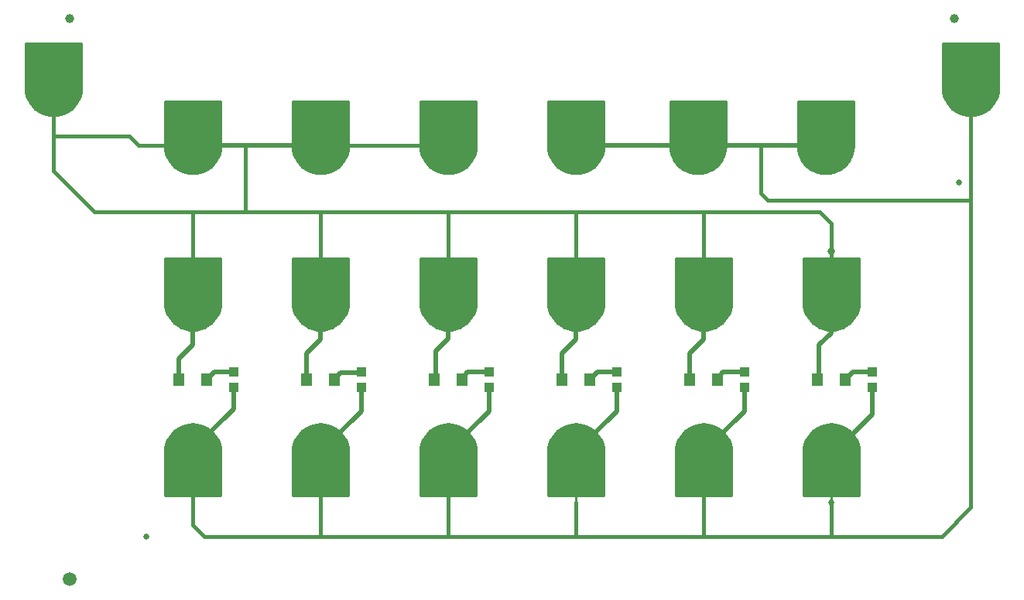
<source format=gtl>
G75*
%MOIN*%
%OFA0B0*%
%FSLAX25Y25*%
%IPPOS*%
%LPD*%
%AMOC8*
5,1,8,0,0,1.08239X$1,22.5*
%
%ADD10R,0.04724X0.05512*%
%ADD11R,0.03937X0.04331*%
%ADD12C,0.20000*%
%ADD13C,0.01000*%
%ADD14C,0.02500*%
%ADD15C,0.03937*%
%ADD16C,0.05906*%
%ADD17C,0.01600*%
%ADD18C,0.02000*%
%ADD19C,0.03200*%
%ADD20C,0.02700*%
D10*
X0102844Y0106250D03*
X0114656Y0106250D03*
X0157844Y0106250D03*
X0169656Y0106250D03*
X0212844Y0106250D03*
X0224656Y0106250D03*
X0267844Y0106250D03*
X0279656Y0106250D03*
X0322844Y0106250D03*
X0334656Y0106250D03*
X0377844Y0106250D03*
X0389656Y0106250D03*
D11*
X0401250Y0109596D03*
X0401250Y0102904D03*
X0346250Y0102904D03*
X0346250Y0109596D03*
X0291250Y0109596D03*
X0291250Y0102904D03*
X0236250Y0102904D03*
X0236250Y0109596D03*
X0181250Y0109596D03*
X0181250Y0102904D03*
X0126250Y0102904D03*
X0126250Y0109596D03*
D12*
X0108750Y0139750D03*
X0163750Y0139750D03*
X0218750Y0139750D03*
X0273750Y0139750D03*
X0328750Y0139750D03*
X0383750Y0139750D03*
X0383750Y0075250D03*
X0328750Y0075250D03*
X0273750Y0075250D03*
X0218750Y0075250D03*
X0163750Y0075250D03*
X0108750Y0075250D03*
X0108750Y0207250D03*
X0163750Y0207250D03*
X0218750Y0207250D03*
X0273750Y0207250D03*
X0326250Y0207250D03*
X0381250Y0207250D03*
X0443750Y0232250D03*
X0048750Y0232250D03*
D13*
X0036807Y0231448D02*
X0060693Y0231448D01*
X0060750Y0232250D02*
X0060628Y0230542D01*
X0060264Y0228869D01*
X0059666Y0227265D01*
X0058845Y0225762D01*
X0057819Y0224392D01*
X0056608Y0223181D01*
X0055238Y0222155D01*
X0053735Y0221334D01*
X0052131Y0220736D01*
X0050458Y0220372D01*
X0048750Y0220250D01*
X0047042Y0220372D01*
X0045369Y0220736D01*
X0043765Y0221334D01*
X0042262Y0222155D01*
X0040892Y0223181D01*
X0039681Y0224392D01*
X0038655Y0225762D01*
X0037834Y0227265D01*
X0037236Y0228869D01*
X0036872Y0230542D01*
X0036750Y0232250D01*
X0036750Y0251250D01*
X0060750Y0251250D01*
X0060750Y0232250D01*
X0060750Y0232446D02*
X0036750Y0232446D01*
X0036750Y0233445D02*
X0060750Y0233445D01*
X0060750Y0234443D02*
X0036750Y0234443D01*
X0036750Y0235442D02*
X0060750Y0235442D01*
X0060750Y0236440D02*
X0036750Y0236440D01*
X0036750Y0237439D02*
X0060750Y0237439D01*
X0060750Y0238437D02*
X0036750Y0238437D01*
X0036750Y0239436D02*
X0060750Y0239436D01*
X0060750Y0240434D02*
X0036750Y0240434D01*
X0036750Y0241433D02*
X0060750Y0241433D01*
X0060750Y0242431D02*
X0036750Y0242431D01*
X0036750Y0243430D02*
X0060750Y0243430D01*
X0060750Y0244428D02*
X0036750Y0244428D01*
X0036750Y0245427D02*
X0060750Y0245427D01*
X0060750Y0246425D02*
X0036750Y0246425D01*
X0036750Y0247424D02*
X0060750Y0247424D01*
X0060750Y0248422D02*
X0036750Y0248422D01*
X0036750Y0249421D02*
X0060750Y0249421D01*
X0060750Y0250420D02*
X0036750Y0250420D01*
X0036892Y0230449D02*
X0060608Y0230449D01*
X0060390Y0229451D02*
X0037110Y0229451D01*
X0037392Y0228452D02*
X0060108Y0228452D01*
X0059736Y0227454D02*
X0037764Y0227454D01*
X0038277Y0226455D02*
X0059223Y0226455D01*
X0058616Y0225457D02*
X0038884Y0225457D01*
X0039631Y0224458D02*
X0057869Y0224458D01*
X0056887Y0223460D02*
X0040613Y0223460D01*
X0041853Y0222461D02*
X0055647Y0222461D01*
X0053970Y0221463D02*
X0043530Y0221463D01*
X0046619Y0220464D02*
X0050881Y0220464D01*
X0081050Y0211450D02*
X0081250Y0211250D01*
X0096750Y0211478D02*
X0120750Y0211478D01*
X0120750Y0212476D02*
X0096750Y0212476D01*
X0096750Y0213475D02*
X0120750Y0213475D01*
X0120750Y0214473D02*
X0096750Y0214473D01*
X0096750Y0215472D02*
X0120750Y0215472D01*
X0120750Y0216470D02*
X0096750Y0216470D01*
X0096750Y0217469D02*
X0120750Y0217469D01*
X0120750Y0218467D02*
X0096750Y0218467D01*
X0096750Y0219466D02*
X0120750Y0219466D01*
X0120750Y0220464D02*
X0096750Y0220464D01*
X0096750Y0221463D02*
X0120750Y0221463D01*
X0120750Y0222461D02*
X0096750Y0222461D01*
X0096750Y0223460D02*
X0120750Y0223460D01*
X0120750Y0224458D02*
X0096750Y0224458D01*
X0096750Y0225457D02*
X0120750Y0225457D01*
X0120750Y0226250D02*
X0096750Y0226250D01*
X0096750Y0207250D01*
X0096872Y0205542D01*
X0097236Y0203869D01*
X0097834Y0202265D01*
X0098655Y0200762D01*
X0099681Y0199392D01*
X0100892Y0198181D01*
X0102262Y0197155D01*
X0103765Y0196334D01*
X0105369Y0195736D01*
X0107042Y0195372D01*
X0108750Y0195250D01*
X0110458Y0195372D01*
X0112131Y0195736D01*
X0113735Y0196334D01*
X0115238Y0197155D01*
X0116608Y0198181D01*
X0117819Y0199392D01*
X0118845Y0200762D01*
X0119666Y0202265D01*
X0120264Y0203869D01*
X0120628Y0205542D01*
X0120750Y0207250D01*
X0120750Y0226250D01*
X0120750Y0210479D02*
X0096750Y0210479D01*
X0096750Y0209481D02*
X0120750Y0209481D01*
X0120750Y0208482D02*
X0096750Y0208482D01*
X0096750Y0207484D02*
X0120750Y0207484D01*
X0120695Y0206485D02*
X0096805Y0206485D01*
X0096884Y0205487D02*
X0120616Y0205487D01*
X0120399Y0204488D02*
X0097101Y0204488D01*
X0097378Y0203489D02*
X0120122Y0203489D01*
X0119750Y0202491D02*
X0097750Y0202491D01*
X0098256Y0201492D02*
X0119244Y0201492D01*
X0118644Y0200494D02*
X0098856Y0200494D01*
X0099603Y0199495D02*
X0117897Y0199495D01*
X0116924Y0198497D02*
X0100576Y0198497D01*
X0101804Y0197498D02*
X0115696Y0197498D01*
X0114038Y0196500D02*
X0103462Y0196500D01*
X0106448Y0195501D02*
X0111052Y0195501D01*
X0152101Y0204488D02*
X0175399Y0204488D01*
X0175264Y0203869D02*
X0175628Y0205542D01*
X0175750Y0207250D01*
X0175750Y0226250D01*
X0151750Y0226250D01*
X0151750Y0207250D01*
X0151872Y0205542D01*
X0152236Y0203869D01*
X0152834Y0202265D01*
X0153655Y0200762D01*
X0154681Y0199392D01*
X0155892Y0198181D01*
X0157262Y0197155D01*
X0158765Y0196334D01*
X0160369Y0195736D01*
X0162042Y0195372D01*
X0163750Y0195250D01*
X0165458Y0195372D01*
X0167131Y0195736D01*
X0168735Y0196334D01*
X0170238Y0197155D01*
X0171608Y0198181D01*
X0172819Y0199392D01*
X0173845Y0200762D01*
X0174666Y0202265D01*
X0175264Y0203869D01*
X0175122Y0203489D02*
X0152378Y0203489D01*
X0152750Y0202491D02*
X0174750Y0202491D01*
X0174244Y0201492D02*
X0153256Y0201492D01*
X0153856Y0200494D02*
X0173644Y0200494D01*
X0172897Y0199495D02*
X0154603Y0199495D01*
X0155576Y0198497D02*
X0171924Y0198497D01*
X0170696Y0197498D02*
X0156804Y0197498D01*
X0158462Y0196500D02*
X0169038Y0196500D01*
X0166052Y0195501D02*
X0161448Y0195501D01*
X0151884Y0205487D02*
X0175616Y0205487D01*
X0175695Y0206485D02*
X0151805Y0206485D01*
X0151750Y0207484D02*
X0175750Y0207484D01*
X0175750Y0208482D02*
X0151750Y0208482D01*
X0151750Y0209481D02*
X0175750Y0209481D01*
X0175750Y0210479D02*
X0151750Y0210479D01*
X0151750Y0211478D02*
X0175750Y0211478D01*
X0175750Y0212476D02*
X0151750Y0212476D01*
X0151750Y0213475D02*
X0175750Y0213475D01*
X0175750Y0214473D02*
X0151750Y0214473D01*
X0151750Y0215472D02*
X0175750Y0215472D01*
X0175750Y0216470D02*
X0151750Y0216470D01*
X0151750Y0217469D02*
X0175750Y0217469D01*
X0175750Y0218467D02*
X0151750Y0218467D01*
X0151750Y0219466D02*
X0175750Y0219466D01*
X0175750Y0220464D02*
X0151750Y0220464D01*
X0151750Y0221463D02*
X0175750Y0221463D01*
X0175750Y0222461D02*
X0151750Y0222461D01*
X0151750Y0223460D02*
X0175750Y0223460D01*
X0175750Y0224458D02*
X0151750Y0224458D01*
X0151750Y0225457D02*
X0175750Y0225457D01*
X0206750Y0225457D02*
X0230750Y0225457D01*
X0230750Y0226250D02*
X0206750Y0226250D01*
X0206750Y0207250D01*
X0206872Y0205542D01*
X0207236Y0203869D01*
X0207834Y0202265D01*
X0208655Y0200762D01*
X0209681Y0199392D01*
X0210892Y0198181D01*
X0212262Y0197155D01*
X0213765Y0196334D01*
X0215369Y0195736D01*
X0217042Y0195372D01*
X0218750Y0195250D01*
X0220458Y0195372D01*
X0222131Y0195736D01*
X0223735Y0196334D01*
X0225238Y0197155D01*
X0226608Y0198181D01*
X0227819Y0199392D01*
X0228845Y0200762D01*
X0229666Y0202265D01*
X0230264Y0203869D01*
X0230628Y0205542D01*
X0230750Y0207250D01*
X0230750Y0226250D01*
X0230750Y0224458D02*
X0206750Y0224458D01*
X0206750Y0223460D02*
X0230750Y0223460D01*
X0230750Y0222461D02*
X0206750Y0222461D01*
X0206750Y0221463D02*
X0230750Y0221463D01*
X0230750Y0220464D02*
X0206750Y0220464D01*
X0206750Y0219466D02*
X0230750Y0219466D01*
X0230750Y0218467D02*
X0206750Y0218467D01*
X0206750Y0217469D02*
X0230750Y0217469D01*
X0230750Y0216470D02*
X0206750Y0216470D01*
X0206750Y0215472D02*
X0230750Y0215472D01*
X0230750Y0214473D02*
X0206750Y0214473D01*
X0206750Y0213475D02*
X0230750Y0213475D01*
X0230750Y0212476D02*
X0206750Y0212476D01*
X0206750Y0211478D02*
X0230750Y0211478D01*
X0230750Y0210479D02*
X0206750Y0210479D01*
X0206750Y0209481D02*
X0230750Y0209481D01*
X0230750Y0208482D02*
X0206750Y0208482D01*
X0206750Y0207484D02*
X0230750Y0207484D01*
X0230695Y0206485D02*
X0206805Y0206485D01*
X0206884Y0205487D02*
X0230616Y0205487D01*
X0230399Y0204488D02*
X0207101Y0204488D01*
X0207378Y0203489D02*
X0230122Y0203489D01*
X0229750Y0202491D02*
X0207750Y0202491D01*
X0208256Y0201492D02*
X0229244Y0201492D01*
X0228644Y0200494D02*
X0208856Y0200494D01*
X0209603Y0199495D02*
X0227897Y0199495D01*
X0226924Y0198497D02*
X0210576Y0198497D01*
X0211804Y0197498D02*
X0225696Y0197498D01*
X0224038Y0196500D02*
X0213462Y0196500D01*
X0216448Y0195501D02*
X0221052Y0195501D01*
X0262101Y0204488D02*
X0285399Y0204488D01*
X0285264Y0203869D02*
X0285628Y0205542D01*
X0285750Y0207250D01*
X0285750Y0226250D01*
X0261750Y0226250D01*
X0261750Y0207250D01*
X0261872Y0205542D01*
X0262236Y0203869D01*
X0262834Y0202265D01*
X0263655Y0200762D01*
X0264681Y0199392D01*
X0265892Y0198181D01*
X0267262Y0197155D01*
X0268765Y0196334D01*
X0270369Y0195736D01*
X0272042Y0195372D01*
X0273750Y0195250D01*
X0275458Y0195372D01*
X0277131Y0195736D01*
X0278735Y0196334D01*
X0280238Y0197155D01*
X0281608Y0198181D01*
X0282819Y0199392D01*
X0283845Y0200762D01*
X0284666Y0202265D01*
X0285264Y0203869D01*
X0285122Y0203489D02*
X0262378Y0203489D01*
X0262750Y0202491D02*
X0284750Y0202491D01*
X0284244Y0201492D02*
X0263256Y0201492D01*
X0263856Y0200494D02*
X0283644Y0200494D01*
X0282897Y0199495D02*
X0264603Y0199495D01*
X0265576Y0198497D02*
X0281924Y0198497D01*
X0280696Y0197498D02*
X0266804Y0197498D01*
X0268462Y0196500D02*
X0279038Y0196500D01*
X0276052Y0195501D02*
X0271448Y0195501D01*
X0261884Y0205487D02*
X0285616Y0205487D01*
X0285695Y0206485D02*
X0261805Y0206485D01*
X0261750Y0207484D02*
X0285750Y0207484D01*
X0285750Y0208482D02*
X0261750Y0208482D01*
X0261750Y0209481D02*
X0285750Y0209481D01*
X0285750Y0210479D02*
X0261750Y0210479D01*
X0261750Y0211478D02*
X0285750Y0211478D01*
X0285750Y0212476D02*
X0261750Y0212476D01*
X0261750Y0213475D02*
X0285750Y0213475D01*
X0285750Y0214473D02*
X0261750Y0214473D01*
X0261750Y0215472D02*
X0285750Y0215472D01*
X0285750Y0216470D02*
X0261750Y0216470D01*
X0261750Y0217469D02*
X0285750Y0217469D01*
X0285750Y0218467D02*
X0261750Y0218467D01*
X0261750Y0219466D02*
X0285750Y0219466D01*
X0285750Y0220464D02*
X0261750Y0220464D01*
X0261750Y0221463D02*
X0285750Y0221463D01*
X0285750Y0222461D02*
X0261750Y0222461D01*
X0261750Y0223460D02*
X0285750Y0223460D01*
X0285750Y0224458D02*
X0261750Y0224458D01*
X0261750Y0225457D02*
X0285750Y0225457D01*
X0314250Y0225457D02*
X0338250Y0225457D01*
X0338250Y0226250D02*
X0314250Y0226250D01*
X0314250Y0207250D01*
X0314372Y0205542D01*
X0314736Y0203869D01*
X0315334Y0202265D01*
X0316155Y0200762D01*
X0317181Y0199392D01*
X0318392Y0198181D01*
X0319762Y0197155D01*
X0321265Y0196334D01*
X0322869Y0195736D01*
X0324542Y0195372D01*
X0326250Y0195250D01*
X0327958Y0195372D01*
X0329631Y0195736D01*
X0331235Y0196334D01*
X0332738Y0197155D01*
X0334108Y0198181D01*
X0335319Y0199392D01*
X0336345Y0200762D01*
X0337166Y0202265D01*
X0337764Y0203869D01*
X0338128Y0205542D01*
X0338250Y0207250D01*
X0338250Y0226250D01*
X0338250Y0224458D02*
X0314250Y0224458D01*
X0314250Y0223460D02*
X0338250Y0223460D01*
X0338250Y0222461D02*
X0314250Y0222461D01*
X0314250Y0221463D02*
X0338250Y0221463D01*
X0338250Y0220464D02*
X0314250Y0220464D01*
X0314250Y0219466D02*
X0338250Y0219466D01*
X0338250Y0218467D02*
X0314250Y0218467D01*
X0314250Y0217469D02*
X0338250Y0217469D01*
X0338250Y0216470D02*
X0314250Y0216470D01*
X0314250Y0215472D02*
X0338250Y0215472D01*
X0338250Y0214473D02*
X0314250Y0214473D01*
X0314250Y0213475D02*
X0338250Y0213475D01*
X0338250Y0212476D02*
X0314250Y0212476D01*
X0314250Y0211478D02*
X0338250Y0211478D01*
X0338250Y0210479D02*
X0314250Y0210479D01*
X0314250Y0209481D02*
X0338250Y0209481D01*
X0338250Y0208482D02*
X0314250Y0208482D01*
X0314250Y0207484D02*
X0338250Y0207484D01*
X0338195Y0206485D02*
X0314305Y0206485D01*
X0314384Y0205487D02*
X0338116Y0205487D01*
X0337899Y0204488D02*
X0314601Y0204488D01*
X0314878Y0203489D02*
X0337622Y0203489D01*
X0337250Y0202491D02*
X0315250Y0202491D01*
X0315756Y0201492D02*
X0336744Y0201492D01*
X0336144Y0200494D02*
X0316356Y0200494D01*
X0317103Y0199495D02*
X0335397Y0199495D01*
X0334424Y0198497D02*
X0318076Y0198497D01*
X0319304Y0197498D02*
X0333196Y0197498D01*
X0331538Y0196500D02*
X0320962Y0196500D01*
X0323948Y0195501D02*
X0328552Y0195501D01*
X0369601Y0204488D02*
X0392899Y0204488D01*
X0392764Y0203869D02*
X0393128Y0205542D01*
X0393250Y0207250D01*
X0393250Y0226250D01*
X0369250Y0226250D01*
X0369250Y0207250D01*
X0369372Y0205542D01*
X0369736Y0203869D01*
X0370334Y0202265D01*
X0371155Y0200762D01*
X0372181Y0199392D01*
X0373392Y0198181D01*
X0374762Y0197155D01*
X0376265Y0196334D01*
X0377869Y0195736D01*
X0379542Y0195372D01*
X0381250Y0195250D01*
X0382958Y0195372D01*
X0384631Y0195736D01*
X0386235Y0196334D01*
X0387738Y0197155D01*
X0389108Y0198181D01*
X0390319Y0199392D01*
X0391345Y0200762D01*
X0392166Y0202265D01*
X0392764Y0203869D01*
X0392622Y0203489D02*
X0369878Y0203489D01*
X0370250Y0202491D02*
X0392250Y0202491D01*
X0391744Y0201492D02*
X0370756Y0201492D01*
X0371356Y0200494D02*
X0391144Y0200494D01*
X0390397Y0199495D02*
X0372103Y0199495D01*
X0373076Y0198497D02*
X0389424Y0198497D01*
X0388196Y0197498D02*
X0374304Y0197498D01*
X0375962Y0196500D02*
X0386538Y0196500D01*
X0383552Y0195501D02*
X0378948Y0195501D01*
X0369384Y0205487D02*
X0393116Y0205487D01*
X0393195Y0206485D02*
X0369305Y0206485D01*
X0369250Y0207484D02*
X0393250Y0207484D01*
X0393250Y0208482D02*
X0369250Y0208482D01*
X0369250Y0209481D02*
X0393250Y0209481D01*
X0393250Y0210479D02*
X0369250Y0210479D01*
X0369250Y0211478D02*
X0393250Y0211478D01*
X0393250Y0212476D02*
X0369250Y0212476D01*
X0369250Y0213475D02*
X0393250Y0213475D01*
X0393250Y0214473D02*
X0369250Y0214473D01*
X0369250Y0215472D02*
X0393250Y0215472D01*
X0393250Y0216470D02*
X0369250Y0216470D01*
X0369250Y0217469D02*
X0393250Y0217469D01*
X0393250Y0218467D02*
X0369250Y0218467D01*
X0369250Y0219466D02*
X0393250Y0219466D01*
X0393250Y0220464D02*
X0369250Y0220464D01*
X0369250Y0221463D02*
X0393250Y0221463D01*
X0393250Y0222461D02*
X0369250Y0222461D01*
X0369250Y0223460D02*
X0393250Y0223460D01*
X0393250Y0224458D02*
X0369250Y0224458D01*
X0369250Y0225457D02*
X0393250Y0225457D01*
X0431872Y0230542D02*
X0432236Y0228869D01*
X0432834Y0227265D01*
X0433655Y0225762D01*
X0434681Y0224392D01*
X0435892Y0223181D01*
X0437262Y0222155D01*
X0438765Y0221334D01*
X0440369Y0220736D01*
X0442042Y0220372D01*
X0443750Y0220250D01*
X0445458Y0220372D01*
X0447131Y0220736D01*
X0448735Y0221334D01*
X0450238Y0222155D01*
X0451608Y0223181D01*
X0452819Y0224392D01*
X0453845Y0225762D01*
X0454666Y0227265D01*
X0455264Y0228869D01*
X0455628Y0230542D01*
X0455750Y0232250D01*
X0455750Y0251250D01*
X0431750Y0251250D01*
X0431750Y0232250D01*
X0431872Y0230542D01*
X0431892Y0230449D02*
X0455608Y0230449D01*
X0455693Y0231448D02*
X0431807Y0231448D01*
X0431750Y0232446D02*
X0455750Y0232446D01*
X0455750Y0233445D02*
X0431750Y0233445D01*
X0431750Y0234443D02*
X0455750Y0234443D01*
X0455750Y0235442D02*
X0431750Y0235442D01*
X0431750Y0236440D02*
X0455750Y0236440D01*
X0455750Y0237439D02*
X0431750Y0237439D01*
X0431750Y0238437D02*
X0455750Y0238437D01*
X0455750Y0239436D02*
X0431750Y0239436D01*
X0431750Y0240434D02*
X0455750Y0240434D01*
X0455750Y0241433D02*
X0431750Y0241433D01*
X0431750Y0242431D02*
X0455750Y0242431D01*
X0455750Y0243430D02*
X0431750Y0243430D01*
X0431750Y0244428D02*
X0455750Y0244428D01*
X0455750Y0245427D02*
X0431750Y0245427D01*
X0431750Y0246425D02*
X0455750Y0246425D01*
X0455750Y0247424D02*
X0431750Y0247424D01*
X0431750Y0248422D02*
X0455750Y0248422D01*
X0455750Y0249421D02*
X0431750Y0249421D01*
X0431750Y0250420D02*
X0455750Y0250420D01*
X0455390Y0229451D02*
X0432110Y0229451D01*
X0432392Y0228452D02*
X0455108Y0228452D01*
X0454736Y0227454D02*
X0432764Y0227454D01*
X0433277Y0226455D02*
X0454223Y0226455D01*
X0453616Y0225457D02*
X0433884Y0225457D01*
X0434631Y0224458D02*
X0452869Y0224458D01*
X0451887Y0223460D02*
X0435613Y0223460D01*
X0436853Y0222461D02*
X0450647Y0222461D01*
X0448970Y0221463D02*
X0438530Y0221463D01*
X0441619Y0220464D02*
X0445881Y0220464D01*
X0395750Y0158750D02*
X0371750Y0158750D01*
X0371750Y0139750D01*
X0371872Y0138042D01*
X0372236Y0136369D01*
X0372834Y0134765D01*
X0373655Y0133262D01*
X0374681Y0131892D01*
X0375892Y0130681D01*
X0377262Y0129655D01*
X0378765Y0128834D01*
X0380369Y0128236D01*
X0382042Y0127872D01*
X0383750Y0127750D01*
X0385458Y0127872D01*
X0387131Y0128236D01*
X0388735Y0128834D01*
X0390238Y0129655D01*
X0391608Y0130681D01*
X0392819Y0131892D01*
X0393845Y0133262D01*
X0394666Y0134765D01*
X0395264Y0136369D01*
X0395628Y0138042D01*
X0395750Y0139750D01*
X0395750Y0158750D01*
X0395750Y0158556D02*
X0371750Y0158556D01*
X0371750Y0157558D02*
X0395750Y0157558D01*
X0395750Y0156559D02*
X0371750Y0156559D01*
X0371750Y0155561D02*
X0395750Y0155561D01*
X0395750Y0154562D02*
X0371750Y0154562D01*
X0371750Y0153564D02*
X0395750Y0153564D01*
X0395750Y0152565D02*
X0371750Y0152565D01*
X0371750Y0151567D02*
X0395750Y0151567D01*
X0395750Y0150568D02*
X0371750Y0150568D01*
X0371750Y0149570D02*
X0395750Y0149570D01*
X0395750Y0148571D02*
X0371750Y0148571D01*
X0371750Y0147573D02*
X0395750Y0147573D01*
X0395750Y0146574D02*
X0371750Y0146574D01*
X0371750Y0145576D02*
X0395750Y0145576D01*
X0395750Y0144577D02*
X0371750Y0144577D01*
X0371750Y0143579D02*
X0395750Y0143579D01*
X0395750Y0142580D02*
X0371750Y0142580D01*
X0371750Y0141582D02*
X0395750Y0141582D01*
X0395750Y0140583D02*
X0371750Y0140583D01*
X0371762Y0139585D02*
X0395738Y0139585D01*
X0395667Y0138586D02*
X0371833Y0138586D01*
X0371971Y0137588D02*
X0395529Y0137588D01*
X0395312Y0136589D02*
X0372188Y0136589D01*
X0372526Y0135591D02*
X0394974Y0135591D01*
X0394571Y0134592D02*
X0372929Y0134592D01*
X0373474Y0133594D02*
X0394026Y0133594D01*
X0393346Y0132595D02*
X0374154Y0132595D01*
X0374976Y0131597D02*
X0392524Y0131597D01*
X0391498Y0130598D02*
X0376002Y0130598D01*
X0377364Y0129600D02*
X0390136Y0129600D01*
X0388110Y0128601D02*
X0379390Y0128601D01*
X0340312Y0136589D02*
X0317188Y0136589D01*
X0317236Y0136369D02*
X0317834Y0134765D01*
X0318655Y0133262D01*
X0319681Y0131892D01*
X0320892Y0130681D01*
X0322262Y0129655D01*
X0323765Y0128834D01*
X0325369Y0128236D01*
X0327042Y0127872D01*
X0328750Y0127750D01*
X0330458Y0127872D01*
X0332131Y0128236D01*
X0333735Y0128834D01*
X0335238Y0129655D01*
X0336608Y0130681D01*
X0337819Y0131892D01*
X0338845Y0133262D01*
X0339666Y0134765D01*
X0340264Y0136369D01*
X0340628Y0138042D01*
X0340750Y0139750D01*
X0340750Y0158750D01*
X0316750Y0158750D01*
X0316750Y0139750D01*
X0316872Y0138042D01*
X0317236Y0136369D01*
X0317526Y0135591D02*
X0339974Y0135591D01*
X0339571Y0134592D02*
X0317929Y0134592D01*
X0318474Y0133594D02*
X0339026Y0133594D01*
X0338346Y0132595D02*
X0319154Y0132595D01*
X0319976Y0131597D02*
X0337524Y0131597D01*
X0336498Y0130598D02*
X0321002Y0130598D01*
X0322364Y0129600D02*
X0335136Y0129600D01*
X0333110Y0128601D02*
X0324390Y0128601D01*
X0328750Y0136250D02*
X0328750Y0138750D01*
X0328750Y0139750D01*
X0316833Y0138586D02*
X0340667Y0138586D01*
X0340738Y0139585D02*
X0316762Y0139585D01*
X0316750Y0140583D02*
X0340750Y0140583D01*
X0340750Y0141582D02*
X0316750Y0141582D01*
X0316750Y0142580D02*
X0340750Y0142580D01*
X0340750Y0143579D02*
X0316750Y0143579D01*
X0316750Y0144577D02*
X0340750Y0144577D01*
X0340750Y0145576D02*
X0316750Y0145576D01*
X0316750Y0146574D02*
X0340750Y0146574D01*
X0340750Y0147573D02*
X0316750Y0147573D01*
X0316750Y0148571D02*
X0340750Y0148571D01*
X0340750Y0149570D02*
X0316750Y0149570D01*
X0316750Y0150568D02*
X0340750Y0150568D01*
X0340750Y0151567D02*
X0316750Y0151567D01*
X0316750Y0152565D02*
X0340750Y0152565D01*
X0340750Y0153564D02*
X0316750Y0153564D01*
X0316750Y0154562D02*
X0340750Y0154562D01*
X0340750Y0155561D02*
X0316750Y0155561D01*
X0316750Y0156559D02*
X0340750Y0156559D01*
X0340750Y0157558D02*
X0316750Y0157558D01*
X0316750Y0158556D02*
X0340750Y0158556D01*
X0340529Y0137588D02*
X0316971Y0137588D01*
X0285750Y0139750D02*
X0285628Y0138042D01*
X0285264Y0136369D01*
X0284666Y0134765D01*
X0283845Y0133262D01*
X0282819Y0131892D01*
X0281608Y0130681D01*
X0280238Y0129655D01*
X0278735Y0128834D01*
X0277131Y0128236D01*
X0275458Y0127872D01*
X0273750Y0127750D01*
X0272042Y0127872D01*
X0270369Y0128236D01*
X0268765Y0128834D01*
X0267262Y0129655D01*
X0265892Y0130681D01*
X0264681Y0131892D01*
X0263655Y0133262D01*
X0262834Y0134765D01*
X0262236Y0136369D01*
X0261872Y0138042D01*
X0261750Y0139750D01*
X0261750Y0158750D01*
X0285750Y0158750D01*
X0285750Y0139750D01*
X0285738Y0139585D02*
X0261762Y0139585D01*
X0261750Y0140583D02*
X0285750Y0140583D01*
X0285750Y0141582D02*
X0261750Y0141582D01*
X0261750Y0142580D02*
X0285750Y0142580D01*
X0285750Y0143579D02*
X0261750Y0143579D01*
X0261750Y0144577D02*
X0285750Y0144577D01*
X0285750Y0145576D02*
X0261750Y0145576D01*
X0261750Y0146574D02*
X0285750Y0146574D01*
X0285750Y0147573D02*
X0261750Y0147573D01*
X0261750Y0148571D02*
X0285750Y0148571D01*
X0285750Y0149570D02*
X0261750Y0149570D01*
X0261750Y0150568D02*
X0285750Y0150568D01*
X0285750Y0151567D02*
X0261750Y0151567D01*
X0261750Y0152565D02*
X0285750Y0152565D01*
X0285750Y0153564D02*
X0261750Y0153564D01*
X0261750Y0154562D02*
X0285750Y0154562D01*
X0285750Y0155561D02*
X0261750Y0155561D01*
X0261750Y0156559D02*
X0285750Y0156559D01*
X0285750Y0157558D02*
X0261750Y0157558D01*
X0261750Y0158556D02*
X0285750Y0158556D01*
X0285667Y0138586D02*
X0261833Y0138586D01*
X0261971Y0137588D02*
X0285529Y0137588D01*
X0285312Y0136589D02*
X0262188Y0136589D01*
X0262526Y0135591D02*
X0284974Y0135591D01*
X0284571Y0134592D02*
X0262929Y0134592D01*
X0263474Y0133594D02*
X0284026Y0133594D01*
X0283346Y0132595D02*
X0264154Y0132595D01*
X0264976Y0131597D02*
X0282524Y0131597D01*
X0281498Y0130598D02*
X0266002Y0130598D01*
X0267364Y0129600D02*
X0280136Y0129600D01*
X0278110Y0128601D02*
X0269390Y0128601D01*
X0230312Y0136589D02*
X0207188Y0136589D01*
X0207236Y0136369D02*
X0207834Y0134765D01*
X0208655Y0133262D01*
X0209681Y0131892D01*
X0210892Y0130681D01*
X0212262Y0129655D01*
X0213765Y0128834D01*
X0215369Y0128236D01*
X0217042Y0127872D01*
X0218750Y0127750D01*
X0220458Y0127872D01*
X0222131Y0128236D01*
X0223735Y0128834D01*
X0225238Y0129655D01*
X0226608Y0130681D01*
X0227819Y0131892D01*
X0228845Y0133262D01*
X0229666Y0134765D01*
X0230264Y0136369D01*
X0230628Y0138042D01*
X0230750Y0139750D01*
X0230750Y0158750D01*
X0206750Y0158750D01*
X0206750Y0139750D01*
X0206872Y0138042D01*
X0207236Y0136369D01*
X0207526Y0135591D02*
X0229974Y0135591D01*
X0229571Y0134592D02*
X0207929Y0134592D01*
X0208474Y0133594D02*
X0229026Y0133594D01*
X0228346Y0132595D02*
X0209154Y0132595D01*
X0209976Y0131597D02*
X0227524Y0131597D01*
X0226498Y0130598D02*
X0211002Y0130598D01*
X0212364Y0129600D02*
X0225136Y0129600D01*
X0223110Y0128601D02*
X0214390Y0128601D01*
X0206971Y0137588D02*
X0230529Y0137588D01*
X0230667Y0138586D02*
X0206833Y0138586D01*
X0206762Y0139585D02*
X0230738Y0139585D01*
X0230750Y0140583D02*
X0206750Y0140583D01*
X0206750Y0141582D02*
X0230750Y0141582D01*
X0230750Y0142580D02*
X0206750Y0142580D01*
X0206750Y0143579D02*
X0230750Y0143579D01*
X0230750Y0144577D02*
X0206750Y0144577D01*
X0206750Y0145576D02*
X0230750Y0145576D01*
X0230750Y0146574D02*
X0206750Y0146574D01*
X0206750Y0147573D02*
X0230750Y0147573D01*
X0230750Y0148571D02*
X0206750Y0148571D01*
X0206750Y0149570D02*
X0230750Y0149570D01*
X0230750Y0150568D02*
X0206750Y0150568D01*
X0206750Y0151567D02*
X0230750Y0151567D01*
X0230750Y0152565D02*
X0206750Y0152565D01*
X0206750Y0153564D02*
X0230750Y0153564D01*
X0230750Y0154562D02*
X0206750Y0154562D01*
X0206750Y0155561D02*
X0230750Y0155561D01*
X0230750Y0156559D02*
X0206750Y0156559D01*
X0206750Y0157558D02*
X0230750Y0157558D01*
X0230750Y0158556D02*
X0206750Y0158556D01*
X0175750Y0158556D02*
X0151750Y0158556D01*
X0151750Y0158750D02*
X0151750Y0139750D01*
X0151872Y0138042D01*
X0152236Y0136369D01*
X0152834Y0134765D01*
X0153655Y0133262D01*
X0154681Y0131892D01*
X0155892Y0130681D01*
X0157262Y0129655D01*
X0158765Y0128834D01*
X0160369Y0128236D01*
X0162042Y0127872D01*
X0163750Y0127750D01*
X0165458Y0127872D01*
X0167131Y0128236D01*
X0168735Y0128834D01*
X0170238Y0129655D01*
X0171608Y0130681D01*
X0172819Y0131892D01*
X0173845Y0133262D01*
X0174666Y0134765D01*
X0175264Y0136369D01*
X0175628Y0138042D01*
X0175750Y0139750D01*
X0175750Y0158750D01*
X0151750Y0158750D01*
X0151750Y0157558D02*
X0175750Y0157558D01*
X0175750Y0156559D02*
X0151750Y0156559D01*
X0151750Y0155561D02*
X0175750Y0155561D01*
X0175750Y0154562D02*
X0151750Y0154562D01*
X0151750Y0153564D02*
X0175750Y0153564D01*
X0175750Y0152565D02*
X0151750Y0152565D01*
X0151750Y0151567D02*
X0175750Y0151567D01*
X0175750Y0150568D02*
X0151750Y0150568D01*
X0151750Y0149570D02*
X0175750Y0149570D01*
X0175750Y0148571D02*
X0151750Y0148571D01*
X0151750Y0147573D02*
X0175750Y0147573D01*
X0175750Y0146574D02*
X0151750Y0146574D01*
X0151750Y0145576D02*
X0175750Y0145576D01*
X0175750Y0144577D02*
X0151750Y0144577D01*
X0151750Y0143579D02*
X0175750Y0143579D01*
X0175750Y0142580D02*
X0151750Y0142580D01*
X0151750Y0141582D02*
X0175750Y0141582D01*
X0175750Y0140583D02*
X0151750Y0140583D01*
X0151762Y0139585D02*
X0175738Y0139585D01*
X0175667Y0138586D02*
X0151833Y0138586D01*
X0151971Y0137588D02*
X0175529Y0137588D01*
X0175312Y0136589D02*
X0152188Y0136589D01*
X0152526Y0135591D02*
X0174974Y0135591D01*
X0174571Y0134592D02*
X0152929Y0134592D01*
X0153474Y0133594D02*
X0174026Y0133594D01*
X0173346Y0132595D02*
X0154154Y0132595D01*
X0154976Y0131597D02*
X0172524Y0131597D01*
X0171498Y0130598D02*
X0156002Y0130598D01*
X0157364Y0129600D02*
X0170136Y0129600D01*
X0168110Y0128601D02*
X0159390Y0128601D01*
X0120312Y0136589D02*
X0097188Y0136589D01*
X0097236Y0136369D02*
X0097834Y0134765D01*
X0098655Y0133262D01*
X0099681Y0131892D01*
X0100892Y0130681D01*
X0102262Y0129655D01*
X0103765Y0128834D01*
X0105369Y0128236D01*
X0107042Y0127872D01*
X0108750Y0127750D01*
X0110458Y0127872D01*
X0112131Y0128236D01*
X0113735Y0128834D01*
X0115238Y0129655D01*
X0116608Y0130681D01*
X0117819Y0131892D01*
X0118845Y0133262D01*
X0119666Y0134765D01*
X0120264Y0136369D01*
X0120628Y0138042D01*
X0120750Y0139750D01*
X0120750Y0158750D01*
X0096750Y0158750D01*
X0096750Y0139750D01*
X0096872Y0138042D01*
X0097236Y0136369D01*
X0097526Y0135591D02*
X0119974Y0135591D01*
X0119571Y0134592D02*
X0097929Y0134592D01*
X0098474Y0133594D02*
X0119026Y0133594D01*
X0118346Y0132595D02*
X0099154Y0132595D01*
X0099976Y0131597D02*
X0117524Y0131597D01*
X0116498Y0130598D02*
X0101002Y0130598D01*
X0102364Y0129600D02*
X0115136Y0129600D01*
X0113110Y0128601D02*
X0104390Y0128601D01*
X0096971Y0137588D02*
X0120529Y0137588D01*
X0120667Y0138586D02*
X0096833Y0138586D01*
X0096762Y0139585D02*
X0120738Y0139585D01*
X0120750Y0140583D02*
X0096750Y0140583D01*
X0096750Y0141582D02*
X0120750Y0141582D01*
X0120750Y0142580D02*
X0096750Y0142580D01*
X0096750Y0143579D02*
X0120750Y0143579D01*
X0120750Y0144577D02*
X0096750Y0144577D01*
X0096750Y0145576D02*
X0120750Y0145576D01*
X0120750Y0146574D02*
X0096750Y0146574D01*
X0096750Y0147573D02*
X0120750Y0147573D01*
X0120750Y0148571D02*
X0096750Y0148571D01*
X0096750Y0149570D02*
X0120750Y0149570D01*
X0120750Y0150568D02*
X0096750Y0150568D01*
X0096750Y0151567D02*
X0120750Y0151567D01*
X0120750Y0152565D02*
X0096750Y0152565D01*
X0096750Y0153564D02*
X0120750Y0153564D01*
X0120750Y0154562D02*
X0096750Y0154562D01*
X0096750Y0155561D02*
X0120750Y0155561D01*
X0120750Y0156559D02*
X0096750Y0156559D01*
X0096750Y0157558D02*
X0120750Y0157558D01*
X0120750Y0158556D02*
X0096750Y0158556D01*
X0107042Y0087128D02*
X0105369Y0086764D01*
X0103765Y0086166D01*
X0102262Y0085345D01*
X0100892Y0084319D01*
X0099681Y0083108D01*
X0098655Y0081738D01*
X0097834Y0080235D01*
X0097236Y0078631D01*
X0096872Y0076958D01*
X0096750Y0075250D01*
X0096750Y0056250D01*
X0120750Y0056250D01*
X0120750Y0075250D01*
X0120628Y0076958D01*
X0120264Y0078631D01*
X0119666Y0080235D01*
X0118845Y0081738D01*
X0117819Y0083108D01*
X0116608Y0084319D01*
X0115238Y0085345D01*
X0113735Y0086166D01*
X0112131Y0086764D01*
X0110458Y0087128D01*
X0108750Y0087250D01*
X0107042Y0087128D01*
X0105100Y0086664D02*
X0112400Y0086664D01*
X0114651Y0085665D02*
X0102849Y0085665D01*
X0101356Y0084667D02*
X0116144Y0084667D01*
X0117259Y0083668D02*
X0100241Y0083668D01*
X0099353Y0082670D02*
X0118147Y0082670D01*
X0118881Y0081671D02*
X0098619Y0081671D01*
X0098073Y0080673D02*
X0119427Y0080673D01*
X0119875Y0079674D02*
X0097625Y0079674D01*
X0097253Y0078676D02*
X0120247Y0078676D01*
X0120471Y0077677D02*
X0097029Y0077677D01*
X0096852Y0076679D02*
X0120648Y0076679D01*
X0120719Y0075680D02*
X0096781Y0075680D01*
X0096750Y0074682D02*
X0120750Y0074682D01*
X0120750Y0073683D02*
X0096750Y0073683D01*
X0096750Y0072684D02*
X0120750Y0072684D01*
X0120750Y0071686D02*
X0096750Y0071686D01*
X0096750Y0070687D02*
X0120750Y0070687D01*
X0120750Y0069689D02*
X0096750Y0069689D01*
X0096750Y0068690D02*
X0120750Y0068690D01*
X0120750Y0067692D02*
X0096750Y0067692D01*
X0096750Y0066693D02*
X0120750Y0066693D01*
X0120750Y0065695D02*
X0096750Y0065695D01*
X0096750Y0064696D02*
X0120750Y0064696D01*
X0120750Y0063698D02*
X0096750Y0063698D01*
X0096750Y0062699D02*
X0120750Y0062699D01*
X0120750Y0061701D02*
X0096750Y0061701D01*
X0096750Y0060702D02*
X0120750Y0060702D01*
X0120750Y0059704D02*
X0096750Y0059704D01*
X0096750Y0058705D02*
X0120750Y0058705D01*
X0120750Y0057707D02*
X0096750Y0057707D01*
X0096750Y0056708D02*
X0120750Y0056708D01*
X0151750Y0056708D02*
X0175750Y0056708D01*
X0175750Y0056250D02*
X0175750Y0075250D01*
X0175628Y0076958D01*
X0175264Y0078631D01*
X0174666Y0080235D01*
X0173845Y0081738D01*
X0172819Y0083108D01*
X0171608Y0084319D01*
X0170238Y0085345D01*
X0168735Y0086166D01*
X0167131Y0086764D01*
X0165458Y0087128D01*
X0163750Y0087250D01*
X0162042Y0087128D01*
X0160369Y0086764D01*
X0158765Y0086166D01*
X0157262Y0085345D01*
X0155892Y0084319D01*
X0154681Y0083108D01*
X0153655Y0081738D01*
X0152834Y0080235D01*
X0152236Y0078631D01*
X0151872Y0076958D01*
X0151750Y0075250D01*
X0151750Y0056250D01*
X0175750Y0056250D01*
X0175750Y0057707D02*
X0151750Y0057707D01*
X0151750Y0058705D02*
X0175750Y0058705D01*
X0175750Y0059704D02*
X0151750Y0059704D01*
X0151750Y0060702D02*
X0175750Y0060702D01*
X0175750Y0061701D02*
X0151750Y0061701D01*
X0151750Y0062699D02*
X0175750Y0062699D01*
X0175750Y0063698D02*
X0151750Y0063698D01*
X0151750Y0064696D02*
X0175750Y0064696D01*
X0175750Y0065695D02*
X0151750Y0065695D01*
X0151750Y0066693D02*
X0175750Y0066693D01*
X0175750Y0067692D02*
X0151750Y0067692D01*
X0151750Y0068690D02*
X0175750Y0068690D01*
X0175750Y0069689D02*
X0151750Y0069689D01*
X0151750Y0070687D02*
X0175750Y0070687D01*
X0175750Y0071686D02*
X0151750Y0071686D01*
X0151750Y0072684D02*
X0175750Y0072684D01*
X0175750Y0073683D02*
X0151750Y0073683D01*
X0151750Y0074682D02*
X0175750Y0074682D01*
X0175719Y0075680D02*
X0151781Y0075680D01*
X0151852Y0076679D02*
X0175648Y0076679D01*
X0175471Y0077677D02*
X0152029Y0077677D01*
X0152253Y0078676D02*
X0175247Y0078676D01*
X0174875Y0079674D02*
X0152625Y0079674D01*
X0153073Y0080673D02*
X0174427Y0080673D01*
X0173881Y0081671D02*
X0153619Y0081671D01*
X0154353Y0082670D02*
X0173147Y0082670D01*
X0172259Y0083668D02*
X0155241Y0083668D01*
X0156356Y0084667D02*
X0171144Y0084667D01*
X0169651Y0085665D02*
X0157849Y0085665D01*
X0160100Y0086664D02*
X0167400Y0086664D01*
X0207029Y0077677D02*
X0230471Y0077677D01*
X0230628Y0076958D02*
X0230264Y0078631D01*
X0229666Y0080235D01*
X0228845Y0081738D01*
X0227819Y0083108D01*
X0226608Y0084319D01*
X0225238Y0085345D01*
X0223735Y0086166D01*
X0222131Y0086764D01*
X0220458Y0087128D01*
X0218750Y0087250D01*
X0217042Y0087128D01*
X0215369Y0086764D01*
X0213765Y0086166D01*
X0212262Y0085345D01*
X0210892Y0084319D01*
X0209681Y0083108D01*
X0208655Y0081738D01*
X0207834Y0080235D01*
X0207236Y0078631D01*
X0206872Y0076958D01*
X0206750Y0075250D01*
X0206750Y0056250D01*
X0230750Y0056250D01*
X0230750Y0075250D01*
X0230628Y0076958D01*
X0230648Y0076679D02*
X0206852Y0076679D01*
X0206781Y0075680D02*
X0230719Y0075680D01*
X0230750Y0074682D02*
X0206750Y0074682D01*
X0206750Y0073683D02*
X0230750Y0073683D01*
X0230750Y0072684D02*
X0206750Y0072684D01*
X0206750Y0071686D02*
X0230750Y0071686D01*
X0230750Y0070687D02*
X0206750Y0070687D01*
X0206750Y0069689D02*
X0230750Y0069689D01*
X0230750Y0068690D02*
X0206750Y0068690D01*
X0206750Y0067692D02*
X0230750Y0067692D01*
X0230750Y0066693D02*
X0206750Y0066693D01*
X0206750Y0065695D02*
X0230750Y0065695D01*
X0230750Y0064696D02*
X0206750Y0064696D01*
X0206750Y0063698D02*
X0230750Y0063698D01*
X0230750Y0062699D02*
X0206750Y0062699D01*
X0206750Y0061701D02*
X0230750Y0061701D01*
X0230750Y0060702D02*
X0206750Y0060702D01*
X0206750Y0059704D02*
X0230750Y0059704D01*
X0230750Y0058705D02*
X0206750Y0058705D01*
X0206750Y0057707D02*
X0230750Y0057707D01*
X0230750Y0056708D02*
X0206750Y0056708D01*
X0207253Y0078676D02*
X0230247Y0078676D01*
X0229875Y0079674D02*
X0207625Y0079674D01*
X0208073Y0080673D02*
X0229427Y0080673D01*
X0228881Y0081671D02*
X0208619Y0081671D01*
X0209353Y0082670D02*
X0228147Y0082670D01*
X0227259Y0083668D02*
X0210241Y0083668D01*
X0211356Y0084667D02*
X0226144Y0084667D01*
X0224651Y0085665D02*
X0212849Y0085665D01*
X0215100Y0086664D02*
X0222400Y0086664D01*
X0262029Y0077677D02*
X0285471Y0077677D01*
X0285628Y0076958D02*
X0285264Y0078631D01*
X0284666Y0080235D01*
X0283845Y0081738D01*
X0282819Y0083108D01*
X0281608Y0084319D01*
X0280238Y0085345D01*
X0278735Y0086166D01*
X0277131Y0086764D01*
X0275458Y0087128D01*
X0273750Y0087250D01*
X0272042Y0087128D01*
X0270369Y0086764D01*
X0268765Y0086166D01*
X0267262Y0085345D01*
X0265892Y0084319D01*
X0264681Y0083108D01*
X0263655Y0081738D01*
X0262834Y0080235D01*
X0262236Y0078631D01*
X0261872Y0076958D01*
X0261750Y0075250D01*
X0261750Y0056250D01*
X0285750Y0056250D01*
X0285750Y0075250D01*
X0285628Y0076958D01*
X0285648Y0076679D02*
X0261852Y0076679D01*
X0261781Y0075680D02*
X0285719Y0075680D01*
X0285750Y0074682D02*
X0261750Y0074682D01*
X0261750Y0073683D02*
X0285750Y0073683D01*
X0285750Y0072684D02*
X0261750Y0072684D01*
X0261750Y0071686D02*
X0285750Y0071686D01*
X0285750Y0070687D02*
X0261750Y0070687D01*
X0261750Y0069689D02*
X0285750Y0069689D01*
X0285750Y0068690D02*
X0261750Y0068690D01*
X0261750Y0067692D02*
X0285750Y0067692D01*
X0285750Y0066693D02*
X0261750Y0066693D01*
X0261750Y0065695D02*
X0285750Y0065695D01*
X0285750Y0064696D02*
X0261750Y0064696D01*
X0261750Y0063698D02*
X0285750Y0063698D01*
X0285750Y0062699D02*
X0261750Y0062699D01*
X0261750Y0061701D02*
X0285750Y0061701D01*
X0285750Y0060702D02*
X0261750Y0060702D01*
X0261750Y0059704D02*
X0285750Y0059704D01*
X0285750Y0058705D02*
X0261750Y0058705D01*
X0261750Y0057707D02*
X0285750Y0057707D01*
X0285750Y0056708D02*
X0261750Y0056708D01*
X0273750Y0053250D02*
X0273750Y0075250D01*
X0273750Y0053250D01*
X0316750Y0056250D02*
X0316750Y0075250D01*
X0316872Y0076958D01*
X0317236Y0078631D01*
X0317834Y0080235D01*
X0318655Y0081738D01*
X0319681Y0083108D01*
X0320892Y0084319D01*
X0322262Y0085345D01*
X0323765Y0086166D01*
X0325369Y0086764D01*
X0327042Y0087128D01*
X0328750Y0087250D01*
X0330458Y0087128D01*
X0332131Y0086764D01*
X0333735Y0086166D01*
X0335238Y0085345D01*
X0336608Y0084319D01*
X0337819Y0083108D01*
X0338845Y0081738D01*
X0339666Y0080235D01*
X0340264Y0078631D01*
X0340628Y0076958D01*
X0340750Y0075250D01*
X0340750Y0056250D01*
X0316750Y0056250D01*
X0316750Y0056708D02*
X0340750Y0056708D01*
X0340750Y0057707D02*
X0316750Y0057707D01*
X0316750Y0058705D02*
X0340750Y0058705D01*
X0340750Y0059704D02*
X0316750Y0059704D01*
X0316750Y0060702D02*
X0340750Y0060702D01*
X0340750Y0061701D02*
X0316750Y0061701D01*
X0316750Y0062699D02*
X0340750Y0062699D01*
X0340750Y0063698D02*
X0316750Y0063698D01*
X0316750Y0064696D02*
X0340750Y0064696D01*
X0340750Y0065695D02*
X0316750Y0065695D01*
X0316750Y0066693D02*
X0340750Y0066693D01*
X0340750Y0067692D02*
X0316750Y0067692D01*
X0316750Y0068690D02*
X0340750Y0068690D01*
X0340750Y0069689D02*
X0316750Y0069689D01*
X0316750Y0070687D02*
X0340750Y0070687D01*
X0340750Y0071686D02*
X0316750Y0071686D01*
X0316750Y0072684D02*
X0340750Y0072684D01*
X0340750Y0073683D02*
X0316750Y0073683D01*
X0316750Y0074682D02*
X0340750Y0074682D01*
X0340719Y0075680D02*
X0316781Y0075680D01*
X0316852Y0076679D02*
X0340648Y0076679D01*
X0340471Y0077677D02*
X0317029Y0077677D01*
X0317253Y0078676D02*
X0340247Y0078676D01*
X0339875Y0079674D02*
X0317625Y0079674D01*
X0318073Y0080673D02*
X0339427Y0080673D01*
X0338881Y0081671D02*
X0318619Y0081671D01*
X0319353Y0082670D02*
X0338147Y0082670D01*
X0337259Y0083668D02*
X0320241Y0083668D01*
X0321356Y0084667D02*
X0336144Y0084667D01*
X0334651Y0085665D02*
X0322849Y0085665D01*
X0325100Y0086664D02*
X0332400Y0086664D01*
X0372029Y0077677D02*
X0395471Y0077677D01*
X0395628Y0076958D02*
X0395264Y0078631D01*
X0394666Y0080235D01*
X0393845Y0081738D01*
X0392819Y0083108D01*
X0391608Y0084319D01*
X0390238Y0085345D01*
X0388735Y0086166D01*
X0387131Y0086764D01*
X0385458Y0087128D01*
X0383750Y0087250D01*
X0382042Y0087128D01*
X0380369Y0086764D01*
X0378765Y0086166D01*
X0377262Y0085345D01*
X0375892Y0084319D01*
X0374681Y0083108D01*
X0373655Y0081738D01*
X0372834Y0080235D01*
X0372236Y0078631D01*
X0371872Y0076958D01*
X0371750Y0075250D01*
X0371750Y0056250D01*
X0395750Y0056250D01*
X0395750Y0075250D01*
X0395628Y0076958D01*
X0395648Y0076679D02*
X0371852Y0076679D01*
X0371781Y0075680D02*
X0395719Y0075680D01*
X0395750Y0074682D02*
X0371750Y0074682D01*
X0371750Y0073683D02*
X0395750Y0073683D01*
X0395750Y0072684D02*
X0371750Y0072684D01*
X0371750Y0071686D02*
X0395750Y0071686D01*
X0395750Y0070687D02*
X0371750Y0070687D01*
X0371750Y0069689D02*
X0395750Y0069689D01*
X0395750Y0068690D02*
X0371750Y0068690D01*
X0371750Y0067692D02*
X0395750Y0067692D01*
X0395750Y0066693D02*
X0371750Y0066693D01*
X0371750Y0065695D02*
X0395750Y0065695D01*
X0395750Y0064696D02*
X0371750Y0064696D01*
X0371750Y0063698D02*
X0395750Y0063698D01*
X0395750Y0062699D02*
X0371750Y0062699D01*
X0371750Y0061701D02*
X0395750Y0061701D01*
X0395750Y0060702D02*
X0371750Y0060702D01*
X0371750Y0059704D02*
X0395750Y0059704D01*
X0395750Y0058705D02*
X0371750Y0058705D01*
X0371750Y0057707D02*
X0395750Y0057707D01*
X0395750Y0056708D02*
X0371750Y0056708D01*
X0383750Y0053250D02*
X0383750Y0073750D01*
X0383750Y0075250D01*
X0375241Y0083668D02*
X0392259Y0083668D01*
X0393147Y0082670D02*
X0374353Y0082670D01*
X0373619Y0081671D02*
X0393881Y0081671D01*
X0394427Y0080673D02*
X0373073Y0080673D01*
X0372625Y0079674D02*
X0394875Y0079674D01*
X0395247Y0078676D02*
X0372253Y0078676D01*
X0376356Y0084667D02*
X0391144Y0084667D01*
X0389651Y0085665D02*
X0377849Y0085665D01*
X0380100Y0086664D02*
X0387400Y0086664D01*
X0285247Y0078676D02*
X0262253Y0078676D01*
X0262625Y0079674D02*
X0284875Y0079674D01*
X0284427Y0080673D02*
X0263073Y0080673D01*
X0263619Y0081671D02*
X0283881Y0081671D01*
X0283147Y0082670D02*
X0264353Y0082670D01*
X0265241Y0083668D02*
X0282259Y0083668D01*
X0281144Y0084667D02*
X0266356Y0084667D01*
X0267849Y0085665D02*
X0279651Y0085665D01*
X0277400Y0086664D02*
X0270100Y0086664D01*
X0108750Y0085404D02*
X0108750Y0076250D01*
X0108750Y0075250D01*
X0108750Y0075250D01*
D14*
X0088750Y0038750D03*
X0438750Y0191250D03*
D15*
X0436750Y0262000D03*
X0055750Y0262000D03*
D16*
X0055750Y0020500D03*
D17*
X0108750Y0043750D02*
X0108750Y0075250D01*
X0103524Y0106250D02*
X0102844Y0106250D01*
X0163750Y0075250D02*
X0163750Y0053250D01*
X0163750Y0038750D01*
X0218750Y0038750D01*
X0218750Y0075250D01*
X0213524Y0106250D02*
X0212844Y0106250D01*
X0218750Y0139750D02*
X0218750Y0178750D01*
X0273750Y0178750D01*
X0273750Y0136250D01*
X0279316Y0106590D02*
X0279656Y0106250D01*
X0322844Y0106250D02*
X0323637Y0106250D01*
X0334316Y0106590D02*
X0334656Y0106250D01*
X0377844Y0106250D02*
X0378524Y0106250D01*
X0328750Y0075250D02*
X0328750Y0038750D01*
X0383750Y0038750D01*
X0383750Y0053250D01*
X0383750Y0038750D02*
X0431250Y0038750D01*
X0443750Y0051250D01*
X0443750Y0183750D01*
X0443750Y0232250D01*
X0443750Y0183750D02*
X0356250Y0183750D01*
X0353250Y0186750D01*
X0353250Y0193250D01*
X0353250Y0206750D01*
X0353750Y0207250D01*
X0328750Y0178750D02*
X0328750Y0138750D01*
X0383750Y0139750D02*
X0383750Y0161750D01*
X0383750Y0173750D01*
X0378750Y0178750D01*
X0328750Y0178750D01*
X0273750Y0178750D01*
X0218750Y0178750D02*
X0163750Y0178750D01*
X0163750Y0139750D01*
X0108750Y0139750D02*
X0108750Y0151250D01*
X0108750Y0178750D01*
X0131250Y0178750D01*
X0131250Y0193250D01*
X0131250Y0207250D01*
X0108750Y0207250D02*
X0085250Y0207250D01*
X0081250Y0211250D01*
X0085250Y0207250D01*
X0081050Y0211450D02*
X0078404Y0211450D01*
X0048750Y0211450D01*
X0048750Y0211250D01*
X0048750Y0196250D01*
X0066250Y0178750D01*
X0108750Y0178750D01*
X0131250Y0178750D02*
X0163750Y0178750D01*
X0163750Y0207250D02*
X0218750Y0207250D01*
X0108750Y0156250D02*
X0108750Y0151250D01*
X0048750Y0211450D02*
X0048750Y0232250D01*
X0163750Y0053250D02*
X0163750Y0053250D01*
X0163750Y0038750D02*
X0113750Y0038750D01*
X0108750Y0043750D01*
X0218750Y0038750D02*
X0273750Y0038750D01*
X0273750Y0053250D01*
X0273750Y0038750D01*
X0328750Y0038750D01*
D18*
X0383750Y0073750D02*
X0401250Y0091250D01*
X0401250Y0102904D01*
X0393002Y0109596D02*
X0389656Y0106250D01*
X0393002Y0109596D02*
X0401250Y0109596D01*
X0378524Y0106250D02*
X0378524Y0121250D01*
X0383750Y0126476D01*
X0383750Y0139750D01*
X0383750Y0126476D01*
X0346250Y0109596D02*
X0337096Y0109596D01*
X0334656Y0107156D01*
X0334656Y0106250D01*
X0346250Y0102904D02*
X0346250Y0092750D01*
X0328750Y0075250D01*
X0346250Y0092750D01*
X0346250Y0092750D01*
X0328750Y0075250D01*
X0346250Y0092750D01*
X0328750Y0075250D01*
X0346250Y0092750D01*
X0322844Y0106250D02*
X0322844Y0117844D01*
X0328750Y0123750D01*
X0328750Y0136250D01*
X0291250Y0109596D02*
X0283002Y0109596D01*
X0279656Y0106250D01*
X0267844Y0106250D02*
X0267844Y0117844D01*
X0273750Y0123750D01*
X0273750Y0136250D01*
X0273750Y0139750D01*
X0236250Y0109596D02*
X0227096Y0109596D01*
X0224656Y0107156D01*
X0224656Y0106250D01*
X0213524Y0106250D02*
X0213524Y0118750D01*
X0218750Y0123976D01*
X0218750Y0126476D01*
X0218750Y0139750D01*
X0218750Y0139750D01*
X0218750Y0126476D01*
X0181250Y0109596D02*
X0181024Y0109370D01*
X0172323Y0109370D01*
X0169429Y0106476D01*
X0169656Y0106250D01*
X0157844Y0106250D02*
X0157844Y0117844D01*
X0163750Y0123750D01*
X0163750Y0126476D01*
X0163750Y0126476D01*
X0163750Y0139750D01*
X0163750Y0139750D01*
X0126250Y0109596D02*
X0118002Y0109596D01*
X0114656Y0106250D01*
X0102844Y0106250D02*
X0102844Y0115344D01*
X0108750Y0121250D01*
X0108750Y0136250D01*
X0108750Y0139750D01*
X0126250Y0102904D02*
X0126250Y0093750D01*
X0108750Y0076250D01*
X0163750Y0075250D02*
X0181250Y0092750D01*
X0163750Y0075250D01*
X0181250Y0092750D01*
X0181250Y0092750D01*
X0181250Y0102904D01*
X0181250Y0092750D02*
X0163750Y0075250D01*
X0181250Y0092750D01*
X0163750Y0075250D01*
X0181250Y0092750D01*
X0218750Y0075250D02*
X0236250Y0092750D01*
X0236250Y0102904D01*
X0236250Y0092750D02*
X0218750Y0075250D01*
X0236250Y0092750D01*
X0236250Y0092750D01*
X0236250Y0092750D01*
X0218750Y0075250D01*
X0236250Y0092750D01*
X0218750Y0075250D01*
X0236250Y0092750D01*
X0273750Y0075250D02*
X0278750Y0080250D01*
X0273750Y0075250D01*
X0291250Y0092750D01*
X0291250Y0102904D01*
X0291250Y0092750D02*
X0273750Y0075250D01*
X0273750Y0207250D02*
X0326250Y0207250D01*
X0353750Y0207250D01*
X0381250Y0207250D01*
X0163750Y0207250D02*
X0131250Y0207250D01*
X0108750Y0207250D01*
D19*
X0383750Y0161750D03*
D20*
X0383750Y0053250D03*
M02*

</source>
